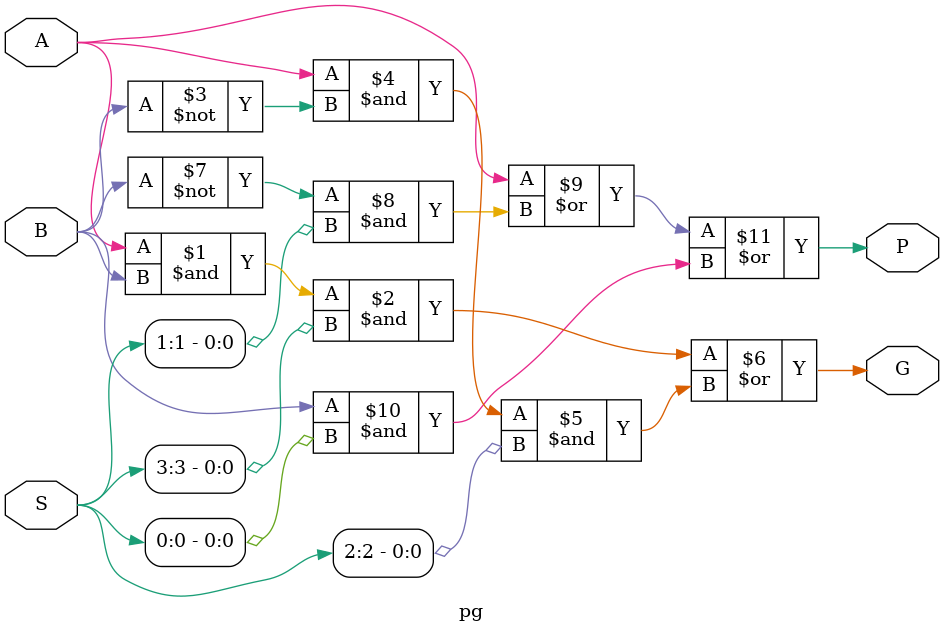
<source format=v>
module pg(
  input A,
  input B,
  input[3:0] S,  // operation
  output G,      // generate
  output P       // propagate
);

  assign G = (A & B & S[3]) | (A & ~B & S[2]);
  assign P = A | (~B & S[1]) | B & S[0];

endmodule

</source>
